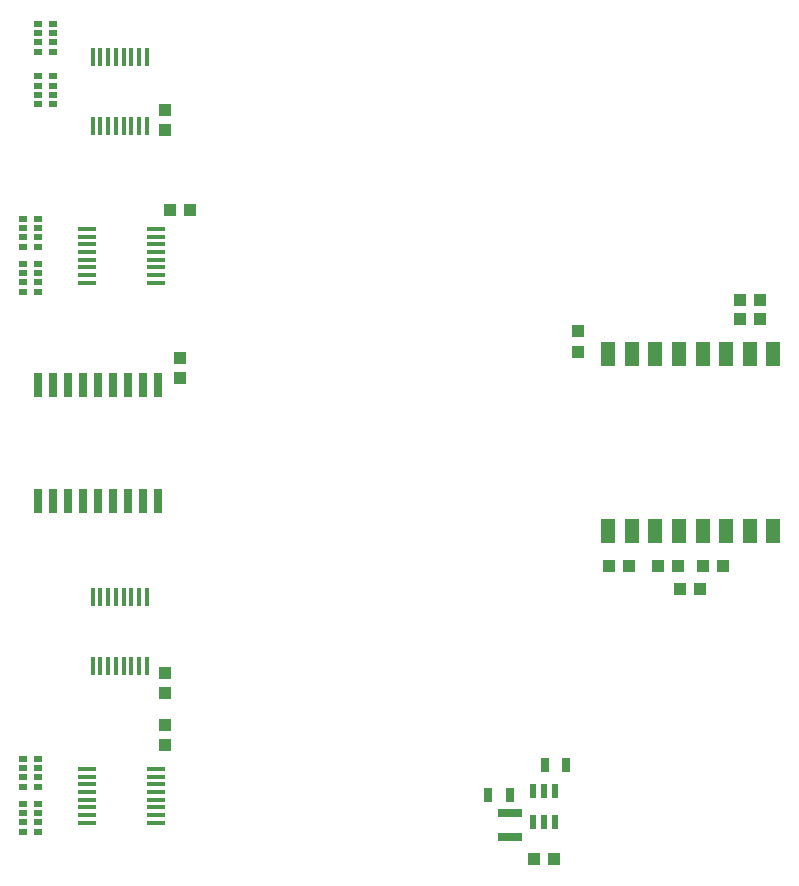
<source format=gtp>
G75*
%MOIN*%
%OFA0B0*%
%FSLAX25Y25*%
%IPPOS*%
%LPD*%
%AMOC8*
5,1,8,0,0,1.08239X$1,22.5*
%
%ADD10R,0.03150X0.04724*%
%ADD11R,0.07874X0.03150*%
%ADD12R,0.04331X0.03937*%
%ADD13R,0.02165X0.04724*%
%ADD14R,0.04724X0.07874*%
%ADD15R,0.01575X0.06299*%
%ADD16R,0.06299X0.01575*%
%ADD17R,0.02600X0.08000*%
%ADD18R,0.02559X0.01969*%
%ADD19R,0.03937X0.04331*%
D10*
X0337807Y0035100D03*
X0344893Y0035100D03*
X0356557Y0045100D03*
X0363643Y0045100D03*
D11*
X0345100Y0029037D03*
X0345100Y0021163D03*
D12*
X0353004Y0013850D03*
X0359696Y0013850D03*
X0401754Y0103850D03*
X0408446Y0103850D03*
X0409254Y0111350D03*
X0415946Y0111350D03*
X0400946Y0111350D03*
X0394254Y0111350D03*
X0384696Y0111350D03*
X0378004Y0111350D03*
X0421754Y0193850D03*
X0421754Y0200100D03*
X0428446Y0200100D03*
X0428446Y0193850D03*
X0238446Y0230100D03*
X0231754Y0230100D03*
D13*
X0352610Y0036469D03*
X0356350Y0036469D03*
X0360090Y0036469D03*
X0360090Y0026231D03*
X0356350Y0026231D03*
X0352610Y0026231D03*
D14*
X0377698Y0123072D03*
X0385572Y0123072D03*
X0393446Y0123072D03*
X0401320Y0123072D03*
X0409194Y0123072D03*
X0417069Y0123072D03*
X0424943Y0123072D03*
X0432817Y0123072D03*
X0432817Y0182128D03*
X0424943Y0182128D03*
X0417069Y0182128D03*
X0409194Y0182128D03*
X0401320Y0182128D03*
X0393446Y0182128D03*
X0385572Y0182128D03*
X0377698Y0182128D03*
D15*
X0223860Y0258092D03*
X0221301Y0258092D03*
X0218742Y0258092D03*
X0216183Y0258092D03*
X0213624Y0258092D03*
X0211065Y0258092D03*
X0208506Y0258092D03*
X0205946Y0258092D03*
X0205946Y0281320D03*
X0208506Y0281320D03*
X0211065Y0281320D03*
X0213624Y0281320D03*
X0216183Y0281320D03*
X0218742Y0281320D03*
X0221301Y0281320D03*
X0223860Y0281320D03*
X0223860Y0101320D03*
X0221301Y0101320D03*
X0218742Y0101320D03*
X0216183Y0101320D03*
X0213624Y0101320D03*
X0211065Y0101320D03*
X0208506Y0101320D03*
X0205946Y0101320D03*
X0205946Y0078092D03*
X0208506Y0078092D03*
X0211065Y0078092D03*
X0213624Y0078092D03*
X0216183Y0078092D03*
X0218742Y0078092D03*
X0221301Y0078092D03*
X0223860Y0078092D03*
D16*
X0227108Y0043860D03*
X0227108Y0041301D03*
X0227108Y0038742D03*
X0227108Y0036183D03*
X0227108Y0033624D03*
X0227108Y0031065D03*
X0227108Y0028506D03*
X0227108Y0025946D03*
X0203880Y0025946D03*
X0203880Y0028506D03*
X0203880Y0031065D03*
X0203880Y0033624D03*
X0203880Y0036183D03*
X0203880Y0038742D03*
X0203880Y0041301D03*
X0203880Y0043860D03*
X0203880Y0205946D03*
X0203880Y0208506D03*
X0203880Y0211065D03*
X0203880Y0213624D03*
X0203880Y0216183D03*
X0203880Y0218742D03*
X0203880Y0221301D03*
X0203880Y0223860D03*
X0227108Y0223860D03*
X0227108Y0221301D03*
X0227108Y0218742D03*
X0227108Y0216183D03*
X0227108Y0213624D03*
X0227108Y0211065D03*
X0227108Y0208506D03*
X0227108Y0205946D03*
D17*
X0227600Y0171900D03*
X0222600Y0171900D03*
X0217600Y0171900D03*
X0212600Y0171900D03*
X0207600Y0171900D03*
X0202600Y0171900D03*
X0197600Y0171900D03*
X0192600Y0171900D03*
X0187600Y0171900D03*
X0187600Y0133300D03*
X0192600Y0133300D03*
X0197600Y0133300D03*
X0202600Y0133300D03*
X0207600Y0133300D03*
X0212600Y0133300D03*
X0217600Y0133300D03*
X0222600Y0133300D03*
X0227600Y0133300D03*
D18*
X0182639Y0022876D03*
X0182639Y0026025D03*
X0182639Y0029175D03*
X0182639Y0032324D03*
X0187561Y0032324D03*
X0187561Y0029175D03*
X0187561Y0026025D03*
X0187561Y0022876D03*
X0187561Y0037876D03*
X0187561Y0041025D03*
X0187561Y0044175D03*
X0187561Y0047324D03*
X0182639Y0047324D03*
X0182639Y0044175D03*
X0182639Y0041025D03*
X0182639Y0037876D03*
X0182639Y0202876D03*
X0182639Y0206025D03*
X0182639Y0209175D03*
X0182639Y0212324D03*
X0187561Y0212324D03*
X0187561Y0209175D03*
X0187561Y0206025D03*
X0187561Y0202876D03*
X0187561Y0217876D03*
X0187561Y0221025D03*
X0187561Y0224175D03*
X0187561Y0227324D03*
X0182639Y0227324D03*
X0182639Y0224175D03*
X0182639Y0221025D03*
X0182639Y0217876D03*
X0187639Y0265376D03*
X0187639Y0268525D03*
X0192561Y0268525D03*
X0192561Y0265376D03*
X0192561Y0271675D03*
X0192561Y0274824D03*
X0187639Y0274824D03*
X0187639Y0271675D03*
X0187639Y0282876D03*
X0187639Y0286025D03*
X0187639Y0289175D03*
X0187639Y0292324D03*
X0192561Y0292324D03*
X0192561Y0289175D03*
X0192561Y0286025D03*
X0192561Y0282876D03*
D19*
X0230100Y0263446D03*
X0230100Y0256754D03*
X0235100Y0180946D03*
X0235100Y0174254D03*
X0367600Y0183004D03*
X0367600Y0189696D03*
X0230100Y0075946D03*
X0230100Y0069254D03*
X0230100Y0058446D03*
X0230100Y0051754D03*
M02*

</source>
